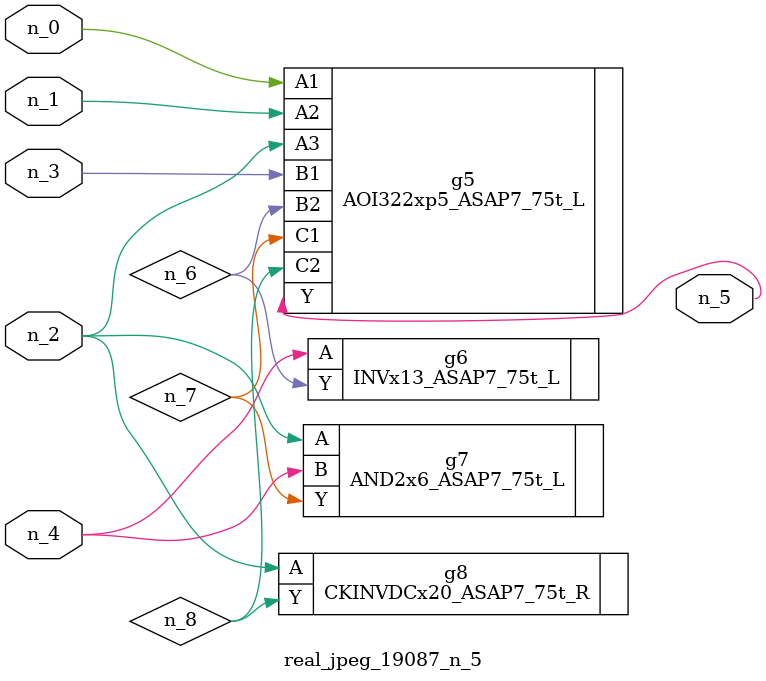
<source format=v>
module real_jpeg_19087_n_5 (n_4, n_0, n_1, n_2, n_3, n_5);

input n_4;
input n_0;
input n_1;
input n_2;
input n_3;

output n_5;

wire n_8;
wire n_6;
wire n_7;

AOI322xp5_ASAP7_75t_L g5 ( 
.A1(n_0),
.A2(n_1),
.A3(n_2),
.B1(n_3),
.B2(n_6),
.C1(n_7),
.C2(n_8),
.Y(n_5)
);

AND2x6_ASAP7_75t_L g7 ( 
.A(n_2),
.B(n_4),
.Y(n_7)
);

CKINVDCx20_ASAP7_75t_R g8 ( 
.A(n_2),
.Y(n_8)
);

INVx13_ASAP7_75t_L g6 ( 
.A(n_4),
.Y(n_6)
);


endmodule
</source>
